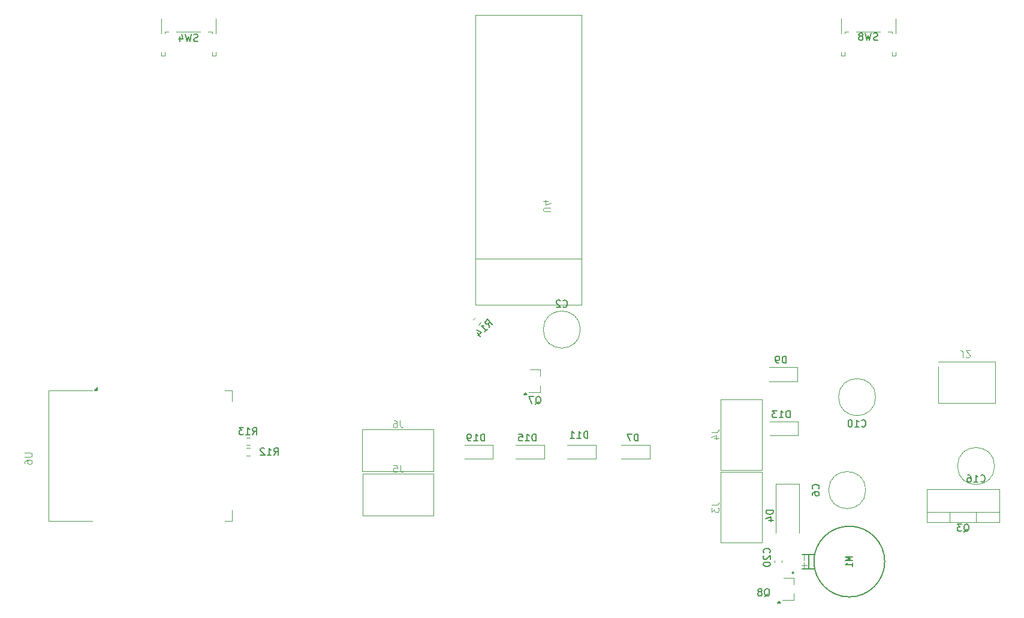
<source format=gbr>
%TF.GenerationSoftware,KiCad,Pcbnew,9.0.2*%
%TF.CreationDate,2025-08-14T19:07:51+07:00*%
%TF.ProjectId,Gamepad PCB,47616d65-7061-4642-9050-43422e6b6963,v03*%
%TF.SameCoordinates,Original*%
%TF.FileFunction,Legend,Bot*%
%TF.FilePolarity,Positive*%
%FSLAX46Y46*%
G04 Gerber Fmt 4.6, Leading zero omitted, Abs format (unit mm)*
G04 Created by KiCad (PCBNEW 9.0.2) date 2025-08-14 19:07:51*
%MOMM*%
%LPD*%
G01*
G04 APERTURE LIST*
%ADD10C,0.150000*%
%ADD11C,0.100000*%
%ADD12C,0.120000*%
%ADD13C,0.127000*%
%ADD14C,0.200000*%
G04 APERTURE END LIST*
D10*
X190914285Y-111454818D02*
X190914285Y-110454818D01*
X190914285Y-110454818D02*
X190676190Y-110454818D01*
X190676190Y-110454818D02*
X190533333Y-110502437D01*
X190533333Y-110502437D02*
X190438095Y-110597675D01*
X190438095Y-110597675D02*
X190390476Y-110692913D01*
X190390476Y-110692913D02*
X190342857Y-110883389D01*
X190342857Y-110883389D02*
X190342857Y-111026246D01*
X190342857Y-111026246D02*
X190390476Y-111216722D01*
X190390476Y-111216722D02*
X190438095Y-111311960D01*
X190438095Y-111311960D02*
X190533333Y-111407199D01*
X190533333Y-111407199D02*
X190676190Y-111454818D01*
X190676190Y-111454818D02*
X190914285Y-111454818D01*
X189390476Y-111454818D02*
X189961904Y-111454818D01*
X189676190Y-111454818D02*
X189676190Y-110454818D01*
X189676190Y-110454818D02*
X189771428Y-110597675D01*
X189771428Y-110597675D02*
X189866666Y-110692913D01*
X189866666Y-110692913D02*
X189961904Y-110740532D01*
X189057142Y-110454818D02*
X188438095Y-110454818D01*
X188438095Y-110454818D02*
X188771428Y-110835770D01*
X188771428Y-110835770D02*
X188628571Y-110835770D01*
X188628571Y-110835770D02*
X188533333Y-110883389D01*
X188533333Y-110883389D02*
X188485714Y-110931008D01*
X188485714Y-110931008D02*
X188438095Y-111026246D01*
X188438095Y-111026246D02*
X188438095Y-111264341D01*
X188438095Y-111264341D02*
X188485714Y-111359579D01*
X188485714Y-111359579D02*
X188533333Y-111407199D01*
X188533333Y-111407199D02*
X188628571Y-111454818D01*
X188628571Y-111454818D02*
X188914285Y-111454818D01*
X188914285Y-111454818D02*
X189009523Y-111407199D01*
X189009523Y-111407199D02*
X189057142Y-111359579D01*
D11*
X135873333Y-111857419D02*
X135873333Y-112571704D01*
X135873333Y-112571704D02*
X135920952Y-112714561D01*
X135920952Y-112714561D02*
X136016190Y-112809800D01*
X136016190Y-112809800D02*
X136159047Y-112857419D01*
X136159047Y-112857419D02*
X136254285Y-112857419D01*
X134968571Y-111857419D02*
X135159047Y-111857419D01*
X135159047Y-111857419D02*
X135254285Y-111905038D01*
X135254285Y-111905038D02*
X135301904Y-111952657D01*
X135301904Y-111952657D02*
X135397142Y-112095514D01*
X135397142Y-112095514D02*
X135444761Y-112285990D01*
X135444761Y-112285990D02*
X135444761Y-112666942D01*
X135444761Y-112666942D02*
X135397142Y-112762180D01*
X135397142Y-112762180D02*
X135349523Y-112809800D01*
X135349523Y-112809800D02*
X135254285Y-112857419D01*
X135254285Y-112857419D02*
X135063809Y-112857419D01*
X135063809Y-112857419D02*
X134968571Y-112809800D01*
X134968571Y-112809800D02*
X134920952Y-112762180D01*
X134920952Y-112762180D02*
X134873333Y-112666942D01*
X134873333Y-112666942D02*
X134873333Y-112428847D01*
X134873333Y-112428847D02*
X134920952Y-112333609D01*
X134920952Y-112333609D02*
X134968571Y-112285990D01*
X134968571Y-112285990D02*
X135063809Y-112238371D01*
X135063809Y-112238371D02*
X135254285Y-112238371D01*
X135254285Y-112238371D02*
X135349523Y-112285990D01*
X135349523Y-112285990D02*
X135397142Y-112333609D01*
X135397142Y-112333609D02*
X135444761Y-112428847D01*
D10*
X187295238Y-136750057D02*
X187390476Y-136702438D01*
X187390476Y-136702438D02*
X187485714Y-136607200D01*
X187485714Y-136607200D02*
X187628571Y-136464342D01*
X187628571Y-136464342D02*
X187723809Y-136416723D01*
X187723809Y-136416723D02*
X187819047Y-136416723D01*
X187771428Y-136654819D02*
X187866666Y-136607200D01*
X187866666Y-136607200D02*
X187961904Y-136511961D01*
X187961904Y-136511961D02*
X188009523Y-136321485D01*
X188009523Y-136321485D02*
X188009523Y-135988152D01*
X188009523Y-135988152D02*
X187961904Y-135797676D01*
X187961904Y-135797676D02*
X187866666Y-135702438D01*
X187866666Y-135702438D02*
X187771428Y-135654819D01*
X187771428Y-135654819D02*
X187580952Y-135654819D01*
X187580952Y-135654819D02*
X187485714Y-135702438D01*
X187485714Y-135702438D02*
X187390476Y-135797676D01*
X187390476Y-135797676D02*
X187342857Y-135988152D01*
X187342857Y-135988152D02*
X187342857Y-136321485D01*
X187342857Y-136321485D02*
X187390476Y-136511961D01*
X187390476Y-136511961D02*
X187485714Y-136607200D01*
X187485714Y-136607200D02*
X187580952Y-136654819D01*
X187580952Y-136654819D02*
X187771428Y-136654819D01*
X186771428Y-136083390D02*
X186866666Y-136035771D01*
X186866666Y-136035771D02*
X186914285Y-135988152D01*
X186914285Y-135988152D02*
X186961904Y-135892914D01*
X186961904Y-135892914D02*
X186961904Y-135845295D01*
X186961904Y-135845295D02*
X186914285Y-135750057D01*
X186914285Y-135750057D02*
X186866666Y-135702438D01*
X186866666Y-135702438D02*
X186771428Y-135654819D01*
X186771428Y-135654819D02*
X186580952Y-135654819D01*
X186580952Y-135654819D02*
X186485714Y-135702438D01*
X186485714Y-135702438D02*
X186438095Y-135750057D01*
X186438095Y-135750057D02*
X186390476Y-135845295D01*
X186390476Y-135845295D02*
X186390476Y-135892914D01*
X186390476Y-135892914D02*
X186438095Y-135988152D01*
X186438095Y-135988152D02*
X186485714Y-136035771D01*
X186485714Y-136035771D02*
X186580952Y-136083390D01*
X186580952Y-136083390D02*
X186771428Y-136083390D01*
X186771428Y-136083390D02*
X186866666Y-136131009D01*
X186866666Y-136131009D02*
X186914285Y-136178628D01*
X186914285Y-136178628D02*
X186961904Y-136273866D01*
X186961904Y-136273866D02*
X186961904Y-136464342D01*
X186961904Y-136464342D02*
X186914285Y-136559580D01*
X186914285Y-136559580D02*
X186866666Y-136607200D01*
X186866666Y-136607200D02*
X186771428Y-136654819D01*
X186771428Y-136654819D02*
X186580952Y-136654819D01*
X186580952Y-136654819D02*
X186485714Y-136607200D01*
X186485714Y-136607200D02*
X186438095Y-136559580D01*
X186438095Y-136559580D02*
X186390476Y-136464342D01*
X186390476Y-136464342D02*
X186390476Y-136273866D01*
X186390476Y-136273866D02*
X186438095Y-136178628D01*
X186438095Y-136178628D02*
X186485714Y-136131009D01*
X186485714Y-136131009D02*
X186580952Y-136083390D01*
X118042857Y-116754819D02*
X118376190Y-116278628D01*
X118614285Y-116754819D02*
X118614285Y-115754819D01*
X118614285Y-115754819D02*
X118233333Y-115754819D01*
X118233333Y-115754819D02*
X118138095Y-115802438D01*
X118138095Y-115802438D02*
X118090476Y-115850057D01*
X118090476Y-115850057D02*
X118042857Y-115945295D01*
X118042857Y-115945295D02*
X118042857Y-116088152D01*
X118042857Y-116088152D02*
X118090476Y-116183390D01*
X118090476Y-116183390D02*
X118138095Y-116231009D01*
X118138095Y-116231009D02*
X118233333Y-116278628D01*
X118233333Y-116278628D02*
X118614285Y-116278628D01*
X117090476Y-116754819D02*
X117661904Y-116754819D01*
X117376190Y-116754819D02*
X117376190Y-115754819D01*
X117376190Y-115754819D02*
X117471428Y-115897676D01*
X117471428Y-115897676D02*
X117566666Y-115992914D01*
X117566666Y-115992914D02*
X117661904Y-116040533D01*
X116709523Y-115850057D02*
X116661904Y-115802438D01*
X116661904Y-115802438D02*
X116566666Y-115754819D01*
X116566666Y-115754819D02*
X116328571Y-115754819D01*
X116328571Y-115754819D02*
X116233333Y-115802438D01*
X116233333Y-115802438D02*
X116185714Y-115850057D01*
X116185714Y-115850057D02*
X116138095Y-115945295D01*
X116138095Y-115945295D02*
X116138095Y-116040533D01*
X116138095Y-116040533D02*
X116185714Y-116183390D01*
X116185714Y-116183390D02*
X116757142Y-116754819D01*
X116757142Y-116754819D02*
X116138095Y-116754819D01*
X158866666Y-95759580D02*
X158914285Y-95807200D01*
X158914285Y-95807200D02*
X159057142Y-95854819D01*
X159057142Y-95854819D02*
X159152380Y-95854819D01*
X159152380Y-95854819D02*
X159295237Y-95807200D01*
X159295237Y-95807200D02*
X159390475Y-95711961D01*
X159390475Y-95711961D02*
X159438094Y-95616723D01*
X159438094Y-95616723D02*
X159485713Y-95426247D01*
X159485713Y-95426247D02*
X159485713Y-95283390D01*
X159485713Y-95283390D02*
X159438094Y-95092914D01*
X159438094Y-95092914D02*
X159390475Y-94997676D01*
X159390475Y-94997676D02*
X159295237Y-94902438D01*
X159295237Y-94902438D02*
X159152380Y-94854819D01*
X159152380Y-94854819D02*
X159057142Y-94854819D01*
X159057142Y-94854819D02*
X158914285Y-94902438D01*
X158914285Y-94902438D02*
X158866666Y-94950057D01*
X158485713Y-94950057D02*
X158438094Y-94902438D01*
X158438094Y-94902438D02*
X158342856Y-94854819D01*
X158342856Y-94854819D02*
X158104761Y-94854819D01*
X158104761Y-94854819D02*
X158009523Y-94902438D01*
X158009523Y-94902438D02*
X157961904Y-94950057D01*
X157961904Y-94950057D02*
X157914285Y-95045295D01*
X157914285Y-95045295D02*
X157914285Y-95140533D01*
X157914285Y-95140533D02*
X157961904Y-95283390D01*
X157961904Y-95283390D02*
X158533332Y-95854819D01*
X158533332Y-95854819D02*
X157914285Y-95854819D01*
X188554819Y-124561905D02*
X187554819Y-124561905D01*
X187554819Y-124561905D02*
X187554819Y-124800000D01*
X187554819Y-124800000D02*
X187602438Y-124942857D01*
X187602438Y-124942857D02*
X187697676Y-125038095D01*
X187697676Y-125038095D02*
X187792914Y-125085714D01*
X187792914Y-125085714D02*
X187983390Y-125133333D01*
X187983390Y-125133333D02*
X188126247Y-125133333D01*
X188126247Y-125133333D02*
X188316723Y-125085714D01*
X188316723Y-125085714D02*
X188411961Y-125038095D01*
X188411961Y-125038095D02*
X188507200Y-124942857D01*
X188507200Y-124942857D02*
X188554819Y-124800000D01*
X188554819Y-124800000D02*
X188554819Y-124561905D01*
X187888152Y-125990476D02*
X188554819Y-125990476D01*
X187507200Y-125752381D02*
X188221485Y-125514286D01*
X188221485Y-125514286D02*
X188221485Y-126133333D01*
D11*
X82857419Y-116438095D02*
X83666942Y-116438095D01*
X83666942Y-116438095D02*
X83762180Y-116485714D01*
X83762180Y-116485714D02*
X83809800Y-116533333D01*
X83809800Y-116533333D02*
X83857419Y-116628571D01*
X83857419Y-116628571D02*
X83857419Y-116819047D01*
X83857419Y-116819047D02*
X83809800Y-116914285D01*
X83809800Y-116914285D02*
X83762180Y-116961904D01*
X83762180Y-116961904D02*
X83666942Y-117009523D01*
X83666942Y-117009523D02*
X82857419Y-117009523D01*
X82857419Y-117914285D02*
X82857419Y-117723809D01*
X82857419Y-117723809D02*
X82905038Y-117628571D01*
X82905038Y-117628571D02*
X82952657Y-117580952D01*
X82952657Y-117580952D02*
X83095514Y-117485714D01*
X83095514Y-117485714D02*
X83285990Y-117438095D01*
X83285990Y-117438095D02*
X83666942Y-117438095D01*
X83666942Y-117438095D02*
X83762180Y-117485714D01*
X83762180Y-117485714D02*
X83809800Y-117533333D01*
X83809800Y-117533333D02*
X83857419Y-117628571D01*
X83857419Y-117628571D02*
X83857419Y-117819047D01*
X83857419Y-117819047D02*
X83809800Y-117914285D01*
X83809800Y-117914285D02*
X83762180Y-117961904D01*
X83762180Y-117961904D02*
X83666942Y-118009523D01*
X83666942Y-118009523D02*
X83428847Y-118009523D01*
X83428847Y-118009523D02*
X83333609Y-117961904D01*
X83333609Y-117961904D02*
X83285990Y-117914285D01*
X83285990Y-117914285D02*
X83238371Y-117819047D01*
X83238371Y-117819047D02*
X83238371Y-117628571D01*
X83238371Y-117628571D02*
X83285990Y-117533333D01*
X83285990Y-117533333D02*
X83333609Y-117485714D01*
X83333609Y-117485714D02*
X83428847Y-117438095D01*
D10*
X194959580Y-121533332D02*
X195007200Y-121485713D01*
X195007200Y-121485713D02*
X195054819Y-121342856D01*
X195054819Y-121342856D02*
X195054819Y-121247618D01*
X195054819Y-121247618D02*
X195007200Y-121104761D01*
X195007200Y-121104761D02*
X194911961Y-121009523D01*
X194911961Y-121009523D02*
X194816723Y-120961904D01*
X194816723Y-120961904D02*
X194626247Y-120914285D01*
X194626247Y-120914285D02*
X194483390Y-120914285D01*
X194483390Y-120914285D02*
X194292914Y-120961904D01*
X194292914Y-120961904D02*
X194197676Y-121009523D01*
X194197676Y-121009523D02*
X194102438Y-121104761D01*
X194102438Y-121104761D02*
X194054819Y-121247618D01*
X194054819Y-121247618D02*
X194054819Y-121342856D01*
X194054819Y-121342856D02*
X194102438Y-121485713D01*
X194102438Y-121485713D02*
X194150057Y-121533332D01*
X194054819Y-122390475D02*
X194054819Y-122199999D01*
X194054819Y-122199999D02*
X194102438Y-122104761D01*
X194102438Y-122104761D02*
X194150057Y-122057142D01*
X194150057Y-122057142D02*
X194292914Y-121961904D01*
X194292914Y-121961904D02*
X194483390Y-121914285D01*
X194483390Y-121914285D02*
X194864342Y-121914285D01*
X194864342Y-121914285D02*
X194959580Y-121961904D01*
X194959580Y-121961904D02*
X195007200Y-122009523D01*
X195007200Y-122009523D02*
X195054819Y-122104761D01*
X195054819Y-122104761D02*
X195054819Y-122295237D01*
X195054819Y-122295237D02*
X195007200Y-122390475D01*
X195007200Y-122390475D02*
X194959580Y-122438094D01*
X194959580Y-122438094D02*
X194864342Y-122485713D01*
X194864342Y-122485713D02*
X194626247Y-122485713D01*
X194626247Y-122485713D02*
X194531009Y-122438094D01*
X194531009Y-122438094D02*
X194483390Y-122390475D01*
X194483390Y-122390475D02*
X194435771Y-122295237D01*
X194435771Y-122295237D02*
X194435771Y-122104761D01*
X194435771Y-122104761D02*
X194483390Y-122009523D01*
X194483390Y-122009523D02*
X194531009Y-121961904D01*
X194531009Y-121961904D02*
X194626247Y-121914285D01*
D11*
X135893333Y-118157419D02*
X135893333Y-118871704D01*
X135893333Y-118871704D02*
X135940952Y-119014561D01*
X135940952Y-119014561D02*
X136036190Y-119109800D01*
X136036190Y-119109800D02*
X136179047Y-119157419D01*
X136179047Y-119157419D02*
X136274285Y-119157419D01*
X134940952Y-118157419D02*
X135417142Y-118157419D01*
X135417142Y-118157419D02*
X135464761Y-118633609D01*
X135464761Y-118633609D02*
X135417142Y-118585990D01*
X135417142Y-118585990D02*
X135321904Y-118538371D01*
X135321904Y-118538371D02*
X135083809Y-118538371D01*
X135083809Y-118538371D02*
X134988571Y-118585990D01*
X134988571Y-118585990D02*
X134940952Y-118633609D01*
X134940952Y-118633609D02*
X134893333Y-118728847D01*
X134893333Y-118728847D02*
X134893333Y-118966942D01*
X134893333Y-118966942D02*
X134940952Y-119062180D01*
X134940952Y-119062180D02*
X134988571Y-119109800D01*
X134988571Y-119109800D02*
X135083809Y-119157419D01*
X135083809Y-119157419D02*
X135321904Y-119157419D01*
X135321904Y-119157419D02*
X135417142Y-119109800D01*
X135417142Y-119109800D02*
X135464761Y-119062180D01*
D10*
X188059580Y-130557142D02*
X188107200Y-130509523D01*
X188107200Y-130509523D02*
X188154819Y-130366666D01*
X188154819Y-130366666D02*
X188154819Y-130271428D01*
X188154819Y-130271428D02*
X188107200Y-130128571D01*
X188107200Y-130128571D02*
X188011961Y-130033333D01*
X188011961Y-130033333D02*
X187916723Y-129985714D01*
X187916723Y-129985714D02*
X187726247Y-129938095D01*
X187726247Y-129938095D02*
X187583390Y-129938095D01*
X187583390Y-129938095D02*
X187392914Y-129985714D01*
X187392914Y-129985714D02*
X187297676Y-130033333D01*
X187297676Y-130033333D02*
X187202438Y-130128571D01*
X187202438Y-130128571D02*
X187154819Y-130271428D01*
X187154819Y-130271428D02*
X187154819Y-130366666D01*
X187154819Y-130366666D02*
X187202438Y-130509523D01*
X187202438Y-130509523D02*
X187250057Y-130557142D01*
X187250057Y-130938095D02*
X187202438Y-130985714D01*
X187202438Y-130985714D02*
X187154819Y-131080952D01*
X187154819Y-131080952D02*
X187154819Y-131319047D01*
X187154819Y-131319047D02*
X187202438Y-131414285D01*
X187202438Y-131414285D02*
X187250057Y-131461904D01*
X187250057Y-131461904D02*
X187345295Y-131509523D01*
X187345295Y-131509523D02*
X187440533Y-131509523D01*
X187440533Y-131509523D02*
X187583390Y-131461904D01*
X187583390Y-131461904D02*
X188154819Y-130890476D01*
X188154819Y-130890476D02*
X188154819Y-131509523D01*
X187154819Y-132128571D02*
X187154819Y-132223809D01*
X187154819Y-132223809D02*
X187202438Y-132319047D01*
X187202438Y-132319047D02*
X187250057Y-132366666D01*
X187250057Y-132366666D02*
X187345295Y-132414285D01*
X187345295Y-132414285D02*
X187535771Y-132461904D01*
X187535771Y-132461904D02*
X187773866Y-132461904D01*
X187773866Y-132461904D02*
X187964342Y-132414285D01*
X187964342Y-132414285D02*
X188059580Y-132366666D01*
X188059580Y-132366666D02*
X188107200Y-132319047D01*
X188107200Y-132319047D02*
X188154819Y-132223809D01*
X188154819Y-132223809D02*
X188154819Y-132128571D01*
X188154819Y-132128571D02*
X188107200Y-132033333D01*
X188107200Y-132033333D02*
X188059580Y-131985714D01*
X188059580Y-131985714D02*
X187964342Y-131938095D01*
X187964342Y-131938095D02*
X187773866Y-131890476D01*
X187773866Y-131890476D02*
X187535771Y-131890476D01*
X187535771Y-131890476D02*
X187345295Y-131938095D01*
X187345295Y-131938095D02*
X187250057Y-131985714D01*
X187250057Y-131985714D02*
X187202438Y-132033333D01*
X187202438Y-132033333D02*
X187154819Y-132128571D01*
X201042857Y-112659580D02*
X201090476Y-112707200D01*
X201090476Y-112707200D02*
X201233333Y-112754819D01*
X201233333Y-112754819D02*
X201328571Y-112754819D01*
X201328571Y-112754819D02*
X201471428Y-112707200D01*
X201471428Y-112707200D02*
X201566666Y-112611961D01*
X201566666Y-112611961D02*
X201614285Y-112516723D01*
X201614285Y-112516723D02*
X201661904Y-112326247D01*
X201661904Y-112326247D02*
X201661904Y-112183390D01*
X201661904Y-112183390D02*
X201614285Y-111992914D01*
X201614285Y-111992914D02*
X201566666Y-111897676D01*
X201566666Y-111897676D02*
X201471428Y-111802438D01*
X201471428Y-111802438D02*
X201328571Y-111754819D01*
X201328571Y-111754819D02*
X201233333Y-111754819D01*
X201233333Y-111754819D02*
X201090476Y-111802438D01*
X201090476Y-111802438D02*
X201042857Y-111850057D01*
X200090476Y-112754819D02*
X200661904Y-112754819D01*
X200376190Y-112754819D02*
X200376190Y-111754819D01*
X200376190Y-111754819D02*
X200471428Y-111897676D01*
X200471428Y-111897676D02*
X200566666Y-111992914D01*
X200566666Y-111992914D02*
X200661904Y-112040533D01*
X199471428Y-111754819D02*
X199376190Y-111754819D01*
X199376190Y-111754819D02*
X199280952Y-111802438D01*
X199280952Y-111802438D02*
X199233333Y-111850057D01*
X199233333Y-111850057D02*
X199185714Y-111945295D01*
X199185714Y-111945295D02*
X199138095Y-112135771D01*
X199138095Y-112135771D02*
X199138095Y-112373866D01*
X199138095Y-112373866D02*
X199185714Y-112564342D01*
X199185714Y-112564342D02*
X199233333Y-112659580D01*
X199233333Y-112659580D02*
X199280952Y-112707200D01*
X199280952Y-112707200D02*
X199376190Y-112754819D01*
X199376190Y-112754819D02*
X199471428Y-112754819D01*
X199471428Y-112754819D02*
X199566666Y-112707200D01*
X199566666Y-112707200D02*
X199614285Y-112659580D01*
X199614285Y-112659580D02*
X199661904Y-112564342D01*
X199661904Y-112564342D02*
X199709523Y-112373866D01*
X199709523Y-112373866D02*
X199709523Y-112135771D01*
X199709523Y-112135771D02*
X199661904Y-111945295D01*
X199661904Y-111945295D02*
X199614285Y-111850057D01*
X199614285Y-111850057D02*
X199566666Y-111802438D01*
X199566666Y-111802438D02*
X199471428Y-111754819D01*
X162364285Y-114354819D02*
X162364285Y-113354819D01*
X162364285Y-113354819D02*
X162126190Y-113354819D01*
X162126190Y-113354819D02*
X161983333Y-113402438D01*
X161983333Y-113402438D02*
X161888095Y-113497676D01*
X161888095Y-113497676D02*
X161840476Y-113592914D01*
X161840476Y-113592914D02*
X161792857Y-113783390D01*
X161792857Y-113783390D02*
X161792857Y-113926247D01*
X161792857Y-113926247D02*
X161840476Y-114116723D01*
X161840476Y-114116723D02*
X161888095Y-114211961D01*
X161888095Y-114211961D02*
X161983333Y-114307200D01*
X161983333Y-114307200D02*
X162126190Y-114354819D01*
X162126190Y-114354819D02*
X162364285Y-114354819D01*
X160840476Y-114354819D02*
X161411904Y-114354819D01*
X161126190Y-114354819D02*
X161126190Y-113354819D01*
X161126190Y-113354819D02*
X161221428Y-113497676D01*
X161221428Y-113497676D02*
X161316666Y-113592914D01*
X161316666Y-113592914D02*
X161411904Y-113640533D01*
X159888095Y-114354819D02*
X160459523Y-114354819D01*
X160173809Y-114354819D02*
X160173809Y-113354819D01*
X160173809Y-113354819D02*
X160269047Y-113497676D01*
X160269047Y-113497676D02*
X160364285Y-113592914D01*
X160364285Y-113592914D02*
X160459523Y-113640533D01*
X148487337Y-98678199D02*
X148386322Y-98105780D01*
X148891398Y-98274138D02*
X148184291Y-97567032D01*
X148184291Y-97567032D02*
X147914917Y-97836406D01*
X147914917Y-97836406D02*
X147881245Y-97937421D01*
X147881245Y-97937421D02*
X147881245Y-98004764D01*
X147881245Y-98004764D02*
X147914917Y-98105780D01*
X147914917Y-98105780D02*
X148015932Y-98206795D01*
X148015932Y-98206795D02*
X148116948Y-98240467D01*
X148116948Y-98240467D02*
X148184291Y-98240467D01*
X148184291Y-98240467D02*
X148285306Y-98206795D01*
X148285306Y-98206795D02*
X148554680Y-97937421D01*
X147813902Y-99351634D02*
X148217963Y-98947573D01*
X148015932Y-99149604D02*
X147308826Y-98442497D01*
X147308826Y-98442497D02*
X147477184Y-98476169D01*
X147477184Y-98476169D02*
X147611871Y-98476169D01*
X147611871Y-98476169D02*
X147712887Y-98442497D01*
X146736406Y-99486322D02*
X147207810Y-99957726D01*
X146635390Y-99048589D02*
X147308825Y-99385306D01*
X147308825Y-99385306D02*
X146871093Y-99823039D01*
X107308832Y-58207200D02*
X107165975Y-58254819D01*
X107165975Y-58254819D02*
X106927880Y-58254819D01*
X106927880Y-58254819D02*
X106832642Y-58207200D01*
X106832642Y-58207200D02*
X106785023Y-58159580D01*
X106785023Y-58159580D02*
X106737404Y-58064342D01*
X106737404Y-58064342D02*
X106737404Y-57969104D01*
X106737404Y-57969104D02*
X106785023Y-57873866D01*
X106785023Y-57873866D02*
X106832642Y-57826247D01*
X106832642Y-57826247D02*
X106927880Y-57778628D01*
X106927880Y-57778628D02*
X107118356Y-57731009D01*
X107118356Y-57731009D02*
X107213594Y-57683390D01*
X107213594Y-57683390D02*
X107261213Y-57635771D01*
X107261213Y-57635771D02*
X107308832Y-57540533D01*
X107308832Y-57540533D02*
X107308832Y-57445295D01*
X107308832Y-57445295D02*
X107261213Y-57350057D01*
X107261213Y-57350057D02*
X107213594Y-57302438D01*
X107213594Y-57302438D02*
X107118356Y-57254819D01*
X107118356Y-57254819D02*
X106880261Y-57254819D01*
X106880261Y-57254819D02*
X106737404Y-57302438D01*
X106404070Y-57254819D02*
X106165975Y-58254819D01*
X106165975Y-58254819D02*
X105975499Y-57540533D01*
X105975499Y-57540533D02*
X105785023Y-58254819D01*
X105785023Y-58254819D02*
X105546928Y-57254819D01*
X104737404Y-57588152D02*
X104737404Y-58254819D01*
X104975499Y-57207200D02*
X105213594Y-57921485D01*
X105213594Y-57921485D02*
X104594547Y-57921485D01*
X169488094Y-114754818D02*
X169488094Y-113754818D01*
X169488094Y-113754818D02*
X169249999Y-113754818D01*
X169249999Y-113754818D02*
X169107142Y-113802437D01*
X169107142Y-113802437D02*
X169011904Y-113897675D01*
X169011904Y-113897675D02*
X168964285Y-113992913D01*
X168964285Y-113992913D02*
X168916666Y-114183389D01*
X168916666Y-114183389D02*
X168916666Y-114326246D01*
X168916666Y-114326246D02*
X168964285Y-114516722D01*
X168964285Y-114516722D02*
X169011904Y-114611960D01*
X169011904Y-114611960D02*
X169107142Y-114707199D01*
X169107142Y-114707199D02*
X169249999Y-114754818D01*
X169249999Y-114754818D02*
X169488094Y-114754818D01*
X168583332Y-113754818D02*
X167916666Y-113754818D01*
X167916666Y-113754818D02*
X168345237Y-114754818D01*
X115030357Y-113854819D02*
X115363690Y-113378628D01*
X115601785Y-113854819D02*
X115601785Y-112854819D01*
X115601785Y-112854819D02*
X115220833Y-112854819D01*
X115220833Y-112854819D02*
X115125595Y-112902438D01*
X115125595Y-112902438D02*
X115077976Y-112950057D01*
X115077976Y-112950057D02*
X115030357Y-113045295D01*
X115030357Y-113045295D02*
X115030357Y-113188152D01*
X115030357Y-113188152D02*
X115077976Y-113283390D01*
X115077976Y-113283390D02*
X115125595Y-113331009D01*
X115125595Y-113331009D02*
X115220833Y-113378628D01*
X115220833Y-113378628D02*
X115601785Y-113378628D01*
X114077976Y-113854819D02*
X114649404Y-113854819D01*
X114363690Y-113854819D02*
X114363690Y-112854819D01*
X114363690Y-112854819D02*
X114458928Y-112997676D01*
X114458928Y-112997676D02*
X114554166Y-113092914D01*
X114554166Y-113092914D02*
X114649404Y-113140533D01*
X113744642Y-112854819D02*
X113125595Y-112854819D01*
X113125595Y-112854819D02*
X113458928Y-113235771D01*
X113458928Y-113235771D02*
X113316071Y-113235771D01*
X113316071Y-113235771D02*
X113220833Y-113283390D01*
X113220833Y-113283390D02*
X113173214Y-113331009D01*
X113173214Y-113331009D02*
X113125595Y-113426247D01*
X113125595Y-113426247D02*
X113125595Y-113664342D01*
X113125595Y-113664342D02*
X113173214Y-113759580D01*
X113173214Y-113759580D02*
X113220833Y-113807200D01*
X113220833Y-113807200D02*
X113316071Y-113854819D01*
X113316071Y-113854819D02*
X113601785Y-113854819D01*
X113601785Y-113854819D02*
X113697023Y-113807200D01*
X113697023Y-113807200D02*
X113744642Y-113759580D01*
X217842857Y-120459580D02*
X217890476Y-120507200D01*
X217890476Y-120507200D02*
X218033333Y-120554819D01*
X218033333Y-120554819D02*
X218128571Y-120554819D01*
X218128571Y-120554819D02*
X218271428Y-120507200D01*
X218271428Y-120507200D02*
X218366666Y-120411961D01*
X218366666Y-120411961D02*
X218414285Y-120316723D01*
X218414285Y-120316723D02*
X218461904Y-120126247D01*
X218461904Y-120126247D02*
X218461904Y-119983390D01*
X218461904Y-119983390D02*
X218414285Y-119792914D01*
X218414285Y-119792914D02*
X218366666Y-119697676D01*
X218366666Y-119697676D02*
X218271428Y-119602438D01*
X218271428Y-119602438D02*
X218128571Y-119554819D01*
X218128571Y-119554819D02*
X218033333Y-119554819D01*
X218033333Y-119554819D02*
X217890476Y-119602438D01*
X217890476Y-119602438D02*
X217842857Y-119650057D01*
X216890476Y-120554819D02*
X217461904Y-120554819D01*
X217176190Y-120554819D02*
X217176190Y-119554819D01*
X217176190Y-119554819D02*
X217271428Y-119697676D01*
X217271428Y-119697676D02*
X217366666Y-119792914D01*
X217366666Y-119792914D02*
X217461904Y-119840533D01*
X216033333Y-119554819D02*
X216223809Y-119554819D01*
X216223809Y-119554819D02*
X216319047Y-119602438D01*
X216319047Y-119602438D02*
X216366666Y-119650057D01*
X216366666Y-119650057D02*
X216461904Y-119792914D01*
X216461904Y-119792914D02*
X216509523Y-119983390D01*
X216509523Y-119983390D02*
X216509523Y-120364342D01*
X216509523Y-120364342D02*
X216461904Y-120459580D01*
X216461904Y-120459580D02*
X216414285Y-120507200D01*
X216414285Y-120507200D02*
X216319047Y-120554819D01*
X216319047Y-120554819D02*
X216128571Y-120554819D01*
X216128571Y-120554819D02*
X216033333Y-120507200D01*
X216033333Y-120507200D02*
X215985714Y-120459580D01*
X215985714Y-120459580D02*
X215938095Y-120364342D01*
X215938095Y-120364342D02*
X215938095Y-120126247D01*
X215938095Y-120126247D02*
X215985714Y-120031009D01*
X215985714Y-120031009D02*
X216033333Y-119983390D01*
X216033333Y-119983390D02*
X216128571Y-119935771D01*
X216128571Y-119935771D02*
X216319047Y-119935771D01*
X216319047Y-119935771D02*
X216414285Y-119983390D01*
X216414285Y-119983390D02*
X216461904Y-120031009D01*
X216461904Y-120031009D02*
X216509523Y-120126247D01*
D11*
X215346666Y-102942580D02*
X215346666Y-102228295D01*
X215346666Y-102228295D02*
X215299047Y-102085438D01*
X215299047Y-102085438D02*
X215203809Y-101990200D01*
X215203809Y-101990200D02*
X215060952Y-101942580D01*
X215060952Y-101942580D02*
X214965714Y-101942580D01*
X215775238Y-102847342D02*
X215822857Y-102894961D01*
X215822857Y-102894961D02*
X215918095Y-102942580D01*
X215918095Y-102942580D02*
X216156190Y-102942580D01*
X216156190Y-102942580D02*
X216251428Y-102894961D01*
X216251428Y-102894961D02*
X216299047Y-102847342D01*
X216299047Y-102847342D02*
X216346666Y-102752104D01*
X216346666Y-102752104D02*
X216346666Y-102656866D01*
X216346666Y-102656866D02*
X216299047Y-102514009D01*
X216299047Y-102514009D02*
X215727619Y-101942580D01*
X215727619Y-101942580D02*
X216346666Y-101942580D01*
D10*
X203308832Y-58049700D02*
X203165975Y-58097319D01*
X203165975Y-58097319D02*
X202927880Y-58097319D01*
X202927880Y-58097319D02*
X202832642Y-58049700D01*
X202832642Y-58049700D02*
X202785023Y-58002080D01*
X202785023Y-58002080D02*
X202737404Y-57906842D01*
X202737404Y-57906842D02*
X202737404Y-57811604D01*
X202737404Y-57811604D02*
X202785023Y-57716366D01*
X202785023Y-57716366D02*
X202832642Y-57668747D01*
X202832642Y-57668747D02*
X202927880Y-57621128D01*
X202927880Y-57621128D02*
X203118356Y-57573509D01*
X203118356Y-57573509D02*
X203213594Y-57525890D01*
X203213594Y-57525890D02*
X203261213Y-57478271D01*
X203261213Y-57478271D02*
X203308832Y-57383033D01*
X203308832Y-57383033D02*
X203308832Y-57287795D01*
X203308832Y-57287795D02*
X203261213Y-57192557D01*
X203261213Y-57192557D02*
X203213594Y-57144938D01*
X203213594Y-57144938D02*
X203118356Y-57097319D01*
X203118356Y-57097319D02*
X202880261Y-57097319D01*
X202880261Y-57097319D02*
X202737404Y-57144938D01*
X202404070Y-57097319D02*
X202165975Y-58097319D01*
X202165975Y-58097319D02*
X201975499Y-57383033D01*
X201975499Y-57383033D02*
X201785023Y-58097319D01*
X201785023Y-58097319D02*
X201546928Y-57097319D01*
X201023118Y-57525890D02*
X201118356Y-57478271D01*
X201118356Y-57478271D02*
X201165975Y-57430652D01*
X201165975Y-57430652D02*
X201213594Y-57335414D01*
X201213594Y-57335414D02*
X201213594Y-57287795D01*
X201213594Y-57287795D02*
X201165975Y-57192557D01*
X201165975Y-57192557D02*
X201118356Y-57144938D01*
X201118356Y-57144938D02*
X201023118Y-57097319D01*
X201023118Y-57097319D02*
X200832642Y-57097319D01*
X200832642Y-57097319D02*
X200737404Y-57144938D01*
X200737404Y-57144938D02*
X200689785Y-57192557D01*
X200689785Y-57192557D02*
X200642166Y-57287795D01*
X200642166Y-57287795D02*
X200642166Y-57335414D01*
X200642166Y-57335414D02*
X200689785Y-57430652D01*
X200689785Y-57430652D02*
X200737404Y-57478271D01*
X200737404Y-57478271D02*
X200832642Y-57525890D01*
X200832642Y-57525890D02*
X201023118Y-57525890D01*
X201023118Y-57525890D02*
X201118356Y-57573509D01*
X201118356Y-57573509D02*
X201165975Y-57621128D01*
X201165975Y-57621128D02*
X201213594Y-57716366D01*
X201213594Y-57716366D02*
X201213594Y-57906842D01*
X201213594Y-57906842D02*
X201165975Y-58002080D01*
X201165975Y-58002080D02*
X201118356Y-58049700D01*
X201118356Y-58049700D02*
X201023118Y-58097319D01*
X201023118Y-58097319D02*
X200832642Y-58097319D01*
X200832642Y-58097319D02*
X200737404Y-58049700D01*
X200737404Y-58049700D02*
X200689785Y-58002080D01*
X200689785Y-58002080D02*
X200642166Y-57906842D01*
X200642166Y-57906842D02*
X200642166Y-57716366D01*
X200642166Y-57716366D02*
X200689785Y-57621128D01*
X200689785Y-57621128D02*
X200737404Y-57573509D01*
X200737404Y-57573509D02*
X200832642Y-57525890D01*
D11*
X179857419Y-113506666D02*
X180571704Y-113506666D01*
X180571704Y-113506666D02*
X180714561Y-113459047D01*
X180714561Y-113459047D02*
X180809800Y-113363809D01*
X180809800Y-113363809D02*
X180857419Y-113220952D01*
X180857419Y-113220952D02*
X180857419Y-113125714D01*
X180190752Y-114411428D02*
X180857419Y-114411428D01*
X179809800Y-114173333D02*
X180524085Y-113935238D01*
X180524085Y-113935238D02*
X180524085Y-114554285D01*
D10*
X199757319Y-131160705D02*
X198757319Y-131160705D01*
X198757319Y-131160705D02*
X199471604Y-131423944D01*
X199471604Y-131423944D02*
X198757319Y-131687183D01*
X198757319Y-131687183D02*
X199757319Y-131687183D01*
X199757319Y-132476901D02*
X199757319Y-132025634D01*
X199757319Y-132251267D02*
X198757319Y-132251267D01*
X198757319Y-132251267D02*
X198900176Y-132176056D01*
X198900176Y-132176056D02*
X198995414Y-132100845D01*
X198995414Y-132100845D02*
X199043033Y-132025634D01*
D11*
X192941033Y-131680951D02*
X192941033Y-130919047D01*
X192941033Y-132680951D02*
X192941033Y-131919047D01*
X192560080Y-132299999D02*
X193321985Y-132299999D01*
D10*
X155064285Y-114754818D02*
X155064285Y-113754818D01*
X155064285Y-113754818D02*
X154826190Y-113754818D01*
X154826190Y-113754818D02*
X154683333Y-113802437D01*
X154683333Y-113802437D02*
X154588095Y-113897675D01*
X154588095Y-113897675D02*
X154540476Y-113992913D01*
X154540476Y-113992913D02*
X154492857Y-114183389D01*
X154492857Y-114183389D02*
X154492857Y-114326246D01*
X154492857Y-114326246D02*
X154540476Y-114516722D01*
X154540476Y-114516722D02*
X154588095Y-114611960D01*
X154588095Y-114611960D02*
X154683333Y-114707199D01*
X154683333Y-114707199D02*
X154826190Y-114754818D01*
X154826190Y-114754818D02*
X155064285Y-114754818D01*
X153540476Y-114754818D02*
X154111904Y-114754818D01*
X153826190Y-114754818D02*
X153826190Y-113754818D01*
X153826190Y-113754818D02*
X153921428Y-113897675D01*
X153921428Y-113897675D02*
X154016666Y-113992913D01*
X154016666Y-113992913D02*
X154111904Y-114040532D01*
X152635714Y-113754818D02*
X153111904Y-113754818D01*
X153111904Y-113754818D02*
X153159523Y-114231008D01*
X153159523Y-114231008D02*
X153111904Y-114183389D01*
X153111904Y-114183389D02*
X153016666Y-114135770D01*
X153016666Y-114135770D02*
X152778571Y-114135770D01*
X152778571Y-114135770D02*
X152683333Y-114183389D01*
X152683333Y-114183389D02*
X152635714Y-114231008D01*
X152635714Y-114231008D02*
X152588095Y-114326246D01*
X152588095Y-114326246D02*
X152588095Y-114564341D01*
X152588095Y-114564341D02*
X152635714Y-114659579D01*
X152635714Y-114659579D02*
X152683333Y-114707199D01*
X152683333Y-114707199D02*
X152778571Y-114754818D01*
X152778571Y-114754818D02*
X153016666Y-114754818D01*
X153016666Y-114754818D02*
X153111904Y-114707199D01*
X153111904Y-114707199D02*
X153159523Y-114659579D01*
D11*
X157105080Y-82324404D02*
X156295557Y-82324404D01*
X156295557Y-82324404D02*
X156200319Y-82276785D01*
X156200319Y-82276785D02*
X156152700Y-82229166D01*
X156152700Y-82229166D02*
X156105080Y-82133928D01*
X156105080Y-82133928D02*
X156105080Y-81943452D01*
X156105080Y-81943452D02*
X156152700Y-81848214D01*
X156152700Y-81848214D02*
X156200319Y-81800595D01*
X156200319Y-81800595D02*
X156295557Y-81752976D01*
X156295557Y-81752976D02*
X157105080Y-81752976D01*
X156771747Y-80848214D02*
X156105080Y-80848214D01*
X157152700Y-81086309D02*
X156438414Y-81324404D01*
X156438414Y-81324404D02*
X156438414Y-80705357D01*
D10*
X190388094Y-103754818D02*
X190388094Y-102754818D01*
X190388094Y-102754818D02*
X190149999Y-102754818D01*
X190149999Y-102754818D02*
X190007142Y-102802437D01*
X190007142Y-102802437D02*
X189911904Y-102897675D01*
X189911904Y-102897675D02*
X189864285Y-102992913D01*
X189864285Y-102992913D02*
X189816666Y-103183389D01*
X189816666Y-103183389D02*
X189816666Y-103326246D01*
X189816666Y-103326246D02*
X189864285Y-103516722D01*
X189864285Y-103516722D02*
X189911904Y-103611960D01*
X189911904Y-103611960D02*
X190007142Y-103707199D01*
X190007142Y-103707199D02*
X190149999Y-103754818D01*
X190149999Y-103754818D02*
X190388094Y-103754818D01*
X189340475Y-103754818D02*
X189149999Y-103754818D01*
X189149999Y-103754818D02*
X189054761Y-103707199D01*
X189054761Y-103707199D02*
X189007142Y-103659579D01*
X189007142Y-103659579D02*
X188911904Y-103516722D01*
X188911904Y-103516722D02*
X188864285Y-103326246D01*
X188864285Y-103326246D02*
X188864285Y-102945294D01*
X188864285Y-102945294D02*
X188911904Y-102850056D01*
X188911904Y-102850056D02*
X188959523Y-102802437D01*
X188959523Y-102802437D02*
X189054761Y-102754818D01*
X189054761Y-102754818D02*
X189245237Y-102754818D01*
X189245237Y-102754818D02*
X189340475Y-102802437D01*
X189340475Y-102802437D02*
X189388094Y-102850056D01*
X189388094Y-102850056D02*
X189435713Y-102945294D01*
X189435713Y-102945294D02*
X189435713Y-103183389D01*
X189435713Y-103183389D02*
X189388094Y-103278627D01*
X189388094Y-103278627D02*
X189340475Y-103326246D01*
X189340475Y-103326246D02*
X189245237Y-103373865D01*
X189245237Y-103373865D02*
X189054761Y-103373865D01*
X189054761Y-103373865D02*
X188959523Y-103326246D01*
X188959523Y-103326246D02*
X188911904Y-103278627D01*
X188911904Y-103278627D02*
X188864285Y-103183389D01*
D11*
X179857419Y-123806666D02*
X180571704Y-123806666D01*
X180571704Y-123806666D02*
X180714561Y-123759047D01*
X180714561Y-123759047D02*
X180809800Y-123663809D01*
X180809800Y-123663809D02*
X180857419Y-123520952D01*
X180857419Y-123520952D02*
X180857419Y-123425714D01*
X179857419Y-124187619D02*
X179857419Y-124806666D01*
X179857419Y-124806666D02*
X180238371Y-124473333D01*
X180238371Y-124473333D02*
X180238371Y-124616190D01*
X180238371Y-124616190D02*
X180285990Y-124711428D01*
X180285990Y-124711428D02*
X180333609Y-124759047D01*
X180333609Y-124759047D02*
X180428847Y-124806666D01*
X180428847Y-124806666D02*
X180666942Y-124806666D01*
X180666942Y-124806666D02*
X180762180Y-124759047D01*
X180762180Y-124759047D02*
X180809800Y-124711428D01*
X180809800Y-124711428D02*
X180857419Y-124616190D01*
X180857419Y-124616190D02*
X180857419Y-124330476D01*
X180857419Y-124330476D02*
X180809800Y-124235238D01*
X180809800Y-124235238D02*
X180762180Y-124187619D01*
D10*
X154995238Y-109550057D02*
X155090476Y-109502438D01*
X155090476Y-109502438D02*
X155185714Y-109407200D01*
X155185714Y-109407200D02*
X155328571Y-109264342D01*
X155328571Y-109264342D02*
X155423809Y-109216723D01*
X155423809Y-109216723D02*
X155519047Y-109216723D01*
X155471428Y-109454819D02*
X155566666Y-109407200D01*
X155566666Y-109407200D02*
X155661904Y-109311961D01*
X155661904Y-109311961D02*
X155709523Y-109121485D01*
X155709523Y-109121485D02*
X155709523Y-108788152D01*
X155709523Y-108788152D02*
X155661904Y-108597676D01*
X155661904Y-108597676D02*
X155566666Y-108502438D01*
X155566666Y-108502438D02*
X155471428Y-108454819D01*
X155471428Y-108454819D02*
X155280952Y-108454819D01*
X155280952Y-108454819D02*
X155185714Y-108502438D01*
X155185714Y-108502438D02*
X155090476Y-108597676D01*
X155090476Y-108597676D02*
X155042857Y-108788152D01*
X155042857Y-108788152D02*
X155042857Y-109121485D01*
X155042857Y-109121485D02*
X155090476Y-109311961D01*
X155090476Y-109311961D02*
X155185714Y-109407200D01*
X155185714Y-109407200D02*
X155280952Y-109454819D01*
X155280952Y-109454819D02*
X155471428Y-109454819D01*
X154709523Y-108454819D02*
X154042857Y-108454819D01*
X154042857Y-108454819D02*
X154471428Y-109454819D01*
X147814285Y-114754818D02*
X147814285Y-113754818D01*
X147814285Y-113754818D02*
X147576190Y-113754818D01*
X147576190Y-113754818D02*
X147433333Y-113802437D01*
X147433333Y-113802437D02*
X147338095Y-113897675D01*
X147338095Y-113897675D02*
X147290476Y-113992913D01*
X147290476Y-113992913D02*
X147242857Y-114183389D01*
X147242857Y-114183389D02*
X147242857Y-114326246D01*
X147242857Y-114326246D02*
X147290476Y-114516722D01*
X147290476Y-114516722D02*
X147338095Y-114611960D01*
X147338095Y-114611960D02*
X147433333Y-114707199D01*
X147433333Y-114707199D02*
X147576190Y-114754818D01*
X147576190Y-114754818D02*
X147814285Y-114754818D01*
X146290476Y-114754818D02*
X146861904Y-114754818D01*
X146576190Y-114754818D02*
X146576190Y-113754818D01*
X146576190Y-113754818D02*
X146671428Y-113897675D01*
X146671428Y-113897675D02*
X146766666Y-113992913D01*
X146766666Y-113992913D02*
X146861904Y-114040532D01*
X145814285Y-114754818D02*
X145623809Y-114754818D01*
X145623809Y-114754818D02*
X145528571Y-114707199D01*
X145528571Y-114707199D02*
X145480952Y-114659579D01*
X145480952Y-114659579D02*
X145385714Y-114516722D01*
X145385714Y-114516722D02*
X145338095Y-114326246D01*
X145338095Y-114326246D02*
X145338095Y-113945294D01*
X145338095Y-113945294D02*
X145385714Y-113850056D01*
X145385714Y-113850056D02*
X145433333Y-113802437D01*
X145433333Y-113802437D02*
X145528571Y-113754818D01*
X145528571Y-113754818D02*
X145719047Y-113754818D01*
X145719047Y-113754818D02*
X145814285Y-113802437D01*
X145814285Y-113802437D02*
X145861904Y-113850056D01*
X145861904Y-113850056D02*
X145909523Y-113945294D01*
X145909523Y-113945294D02*
X145909523Y-114183389D01*
X145909523Y-114183389D02*
X145861904Y-114278627D01*
X145861904Y-114278627D02*
X145814285Y-114326246D01*
X145814285Y-114326246D02*
X145719047Y-114373865D01*
X145719047Y-114373865D02*
X145528571Y-114373865D01*
X145528571Y-114373865D02*
X145433333Y-114326246D01*
X145433333Y-114326246D02*
X145385714Y-114278627D01*
X145385714Y-114278627D02*
X145338095Y-114183389D01*
X215455238Y-127600057D02*
X215550476Y-127552438D01*
X215550476Y-127552438D02*
X215645714Y-127457200D01*
X215645714Y-127457200D02*
X215788571Y-127314342D01*
X215788571Y-127314342D02*
X215883809Y-127266723D01*
X215883809Y-127266723D02*
X215979047Y-127266723D01*
X215931428Y-127504819D02*
X216026666Y-127457200D01*
X216026666Y-127457200D02*
X216121904Y-127361961D01*
X216121904Y-127361961D02*
X216169523Y-127171485D01*
X216169523Y-127171485D02*
X216169523Y-126838152D01*
X216169523Y-126838152D02*
X216121904Y-126647676D01*
X216121904Y-126647676D02*
X216026666Y-126552438D01*
X216026666Y-126552438D02*
X215931428Y-126504819D01*
X215931428Y-126504819D02*
X215740952Y-126504819D01*
X215740952Y-126504819D02*
X215645714Y-126552438D01*
X215645714Y-126552438D02*
X215550476Y-126647676D01*
X215550476Y-126647676D02*
X215502857Y-126838152D01*
X215502857Y-126838152D02*
X215502857Y-127171485D01*
X215502857Y-127171485D02*
X215550476Y-127361961D01*
X215550476Y-127361961D02*
X215645714Y-127457200D01*
X215645714Y-127457200D02*
X215740952Y-127504819D01*
X215740952Y-127504819D02*
X215931428Y-127504819D01*
X215169523Y-126504819D02*
X214550476Y-126504819D01*
X214550476Y-126504819D02*
X214883809Y-126885771D01*
X214883809Y-126885771D02*
X214740952Y-126885771D01*
X214740952Y-126885771D02*
X214645714Y-126933390D01*
X214645714Y-126933390D02*
X214598095Y-126981009D01*
X214598095Y-126981009D02*
X214550476Y-127076247D01*
X214550476Y-127076247D02*
X214550476Y-127314342D01*
X214550476Y-127314342D02*
X214598095Y-127409580D01*
X214598095Y-127409580D02*
X214645714Y-127457200D01*
X214645714Y-127457200D02*
X214740952Y-127504819D01*
X214740952Y-127504819D02*
X215026666Y-127504819D01*
X215026666Y-127504819D02*
X215121904Y-127457200D01*
X215121904Y-127457200D02*
X215169523Y-127409580D01*
D12*
%TO.C,D13*%
X192060000Y-112000000D02*
X188050000Y-112000000D01*
X192060000Y-112000000D02*
X192060000Y-114000000D01*
X192060000Y-114000000D02*
X188050000Y-114000000D01*
D11*
%TO.C,J6*%
X130540000Y-113100000D02*
X130540000Y-119000000D01*
X130540000Y-119000000D02*
X140540000Y-119000000D01*
X140540000Y-113100000D02*
X130540000Y-113100000D01*
X140540000Y-113100000D02*
X140540000Y-119000000D01*
D12*
%TO.C,Q8*%
X190660000Y-137280000D02*
X189860000Y-137280000D01*
X190660000Y-137280000D02*
X191460000Y-137280000D01*
X191460000Y-134120000D02*
X190000000Y-134120000D01*
X191460000Y-134120000D02*
X191460000Y-135050000D01*
X191460000Y-137280000D02*
X191460000Y-136350000D01*
X189600000Y-137640000D02*
X189120000Y-137640000D01*
X189360000Y-137310000D01*
X189600000Y-137640000D01*
G36*
X189600000Y-137640000D02*
G01*
X189120000Y-137640000D01*
X189360000Y-137310000D01*
X189600000Y-137640000D01*
G37*
%TO.C,R12*%
X114642224Y-115777500D02*
X114132776Y-115777500D01*
X114642224Y-116822500D02*
X114132776Y-116822500D01*
%TO.C,C2*%
X161320001Y-99000000D02*
G75*
G02*
X156079999Y-99000000I-2620001J0D01*
G01*
X156079999Y-99000000D02*
G75*
G02*
X161320001Y-99000000I2620001J0D01*
G01*
%TO.C,D4*%
X188950000Y-120790000D02*
X188950000Y-127800000D01*
X188950000Y-120790000D02*
X192250000Y-120790000D01*
X192250000Y-120790000D02*
X192250000Y-127800000D01*
%TO.C,U6*%
X86240000Y-107635000D02*
X86240000Y-126035000D01*
X86240000Y-107635000D02*
X92440000Y-107635000D01*
X86240000Y-126035000D02*
X92440000Y-126035000D01*
X111090000Y-107635000D02*
X112090000Y-107635000D01*
X112090000Y-107635000D02*
X112090000Y-109135000D01*
X112090000Y-126035000D02*
X111090000Y-126035000D01*
X112090000Y-126035000D02*
X112090000Y-124535000D01*
X93115000Y-107635000D02*
X92615000Y-107635000D01*
X93115000Y-107135000D01*
X93115000Y-107635000D01*
G36*
X93115000Y-107635000D02*
G01*
X92615000Y-107635000D01*
X93115000Y-107135000D01*
X93115000Y-107635000D01*
G37*
%TO.C,C6*%
X201620000Y-121699999D02*
G75*
G02*
X196380000Y-121699999I-2620000J0D01*
G01*
X196380000Y-121699999D02*
G75*
G02*
X201620000Y-121699999I2620000J0D01*
G01*
D11*
%TO.C,J5*%
X130560000Y-119400000D02*
X130560000Y-125300000D01*
X130560000Y-125300000D02*
X140560000Y-125300000D01*
X140560000Y-119400000D02*
X130560000Y-119400000D01*
X140560000Y-119400000D02*
X140560000Y-125300000D01*
D12*
%TO.C,C20*%
X188790000Y-131908768D02*
X188790000Y-131616234D01*
X189810000Y-131908768D02*
X189810000Y-131616234D01*
%TO.C,C10*%
X203020000Y-108550000D02*
G75*
G02*
X197780000Y-108550000I-2620000J0D01*
G01*
X197780000Y-108550000D02*
G75*
G02*
X203020000Y-108550000I2620000J0D01*
G01*
%TO.C,D11*%
X163510000Y-115300000D02*
X159500000Y-115300000D01*
X163510000Y-115300000D02*
X163510000Y-117300000D01*
X163510000Y-117300000D02*
X159500000Y-117300000D01*
%TO.C,R14*%
X146150420Y-97610654D02*
X146510654Y-97250420D01*
X146889346Y-98349580D02*
X147249580Y-97989346D01*
%TO.C,SW4*%
X102115500Y-55062499D02*
X102115500Y-57162501D01*
X102115500Y-59762500D02*
X102115500Y-60272500D01*
X102635500Y-59762500D02*
X102635500Y-60272500D01*
X102635500Y-60272500D02*
X102115500Y-60272500D01*
X102635501Y-56932500D02*
X102635500Y-57162500D01*
X103175500Y-56932500D02*
X102635501Y-56932500D01*
X107675500Y-56932500D02*
X104275500Y-56932500D01*
X109315500Y-56932500D02*
X108775500Y-56932500D01*
X109315500Y-56932500D02*
X109315500Y-57162501D01*
X109315500Y-59762500D02*
X109315500Y-60272500D01*
X109835500Y-55062500D02*
X109835500Y-57162500D01*
X109835500Y-59762500D02*
X109835500Y-60272500D01*
X109835500Y-60272500D02*
X109315500Y-60272500D01*
%TO.C,D7*%
X171110000Y-115300000D02*
X167100000Y-115300000D01*
X171110000Y-115300000D02*
X171110000Y-117300000D01*
X171110000Y-117300000D02*
X167100000Y-117300000D01*
%TO.C,R13*%
X114642224Y-114287500D02*
X114132776Y-114287500D01*
X114642224Y-115332500D02*
X114132776Y-115332500D01*
%TO.C,C16*%
X219820000Y-118300000D02*
G75*
G02*
X214580000Y-118300000I-2620000J0D01*
G01*
X214580000Y-118300000D02*
G75*
G02*
X219820000Y-118300000I2620000J0D01*
G01*
D11*
%TO.C,J2*%
X211879999Y-103550000D02*
X219879999Y-103550000D01*
X211879999Y-109400000D02*
X211879999Y-104250000D01*
X219879999Y-109400000D02*
X211879999Y-109400000D01*
X219879999Y-109400000D02*
X219879999Y-103550000D01*
D12*
%TO.C,SW8*%
X198115500Y-55062499D02*
X198115500Y-57162501D01*
X198115500Y-59762500D02*
X198115500Y-60272500D01*
X198635500Y-59762500D02*
X198635500Y-60272500D01*
X198635500Y-60272500D02*
X198115500Y-60272500D01*
X198635501Y-56932500D02*
X198635500Y-57162500D01*
X199175500Y-56932500D02*
X198635501Y-56932500D01*
X203675500Y-56932500D02*
X200275500Y-56932500D01*
X205315500Y-56932500D02*
X204775500Y-56932500D01*
X205315500Y-56932500D02*
X205315500Y-57162501D01*
X205315500Y-59762500D02*
X205315500Y-60272500D01*
X205835500Y-55062500D02*
X205835500Y-57162500D01*
X205835500Y-59762500D02*
X205835500Y-60272500D01*
X205835500Y-60272500D02*
X205315500Y-60272500D01*
D11*
%TO.C,J4*%
X181100000Y-108840000D02*
X181100000Y-118840000D01*
X181100000Y-108840000D02*
X187000000Y-108840000D01*
X181100000Y-118840000D02*
X187000000Y-118840000D01*
X187000000Y-118840000D02*
X187000000Y-108840000D01*
D13*
%TO.C,M1*%
X192607500Y-130800000D02*
X193602500Y-130800000D01*
X192607500Y-132800000D02*
X193602500Y-132800000D01*
X193602500Y-130800000D02*
X194432500Y-130800000D01*
X193602500Y-132800000D02*
X193602500Y-130800000D01*
X193602500Y-132800000D02*
X194432500Y-132800000D01*
D14*
X191432500Y-133400000D02*
G75*
G02*
X191232500Y-133400000I-100000J0D01*
G01*
X191232500Y-133400000D02*
G75*
G02*
X191432500Y-133400000I100000J0D01*
G01*
D13*
X204302500Y-131800000D02*
G75*
G02*
X194302500Y-131800000I-5000000J0D01*
G01*
X194302500Y-131800000D02*
G75*
G02*
X204302500Y-131800000I5000000J0D01*
G01*
D12*
%TO.C,D15*%
X156210000Y-115300000D02*
X152200000Y-115300000D01*
X156210000Y-115300000D02*
X156210000Y-117300000D01*
X156210000Y-117300000D02*
X152200000Y-117300000D01*
D11*
%TO.C,U4*%
X161500000Y-88960000D02*
X146500000Y-88960000D01*
X161500000Y-95500000D02*
X146500000Y-95500000D01*
X146500000Y-54500000D01*
X161500000Y-54500000D01*
X161500000Y-95500000D01*
D12*
%TO.C,D9*%
X192010000Y-104300000D02*
X188000000Y-104300000D01*
X192010000Y-104300000D02*
X192010000Y-106300000D01*
X192010000Y-106300000D02*
X188000000Y-106300000D01*
D11*
%TO.C,J3*%
X181100000Y-119140000D02*
X181100000Y-129140000D01*
X181100000Y-119140000D02*
X187000000Y-119140000D01*
X181100000Y-129140000D02*
X187000000Y-129140000D01*
X187000000Y-129140000D02*
X187000000Y-119140000D01*
D12*
%TO.C,Q7*%
X154860000Y-107830000D02*
X154060000Y-107830000D01*
X154860000Y-107830000D02*
X155660000Y-107830000D01*
X155660000Y-104670000D02*
X154200000Y-104670000D01*
X155660000Y-104670000D02*
X155660000Y-105600000D01*
X155660000Y-107830000D02*
X155660000Y-106900000D01*
X153800000Y-108190000D02*
X153320000Y-108190000D01*
X153560000Y-107860000D01*
X153800000Y-108190000D01*
G36*
X153800000Y-108190000D02*
G01*
X153320000Y-108190000D01*
X153560000Y-107860000D01*
X153800000Y-108190000D01*
G37*
%TO.C,D19*%
X148960000Y-115300000D02*
X144950000Y-115300000D01*
X148960000Y-115300000D02*
X148960000Y-117300000D01*
X148960000Y-117300000D02*
X144950000Y-117300000D01*
%TO.C,Q3*%
X210250000Y-121590000D02*
X220470000Y-121590000D01*
X210250000Y-124830000D02*
X220470000Y-124830000D01*
X210250000Y-126210000D02*
X210250000Y-121590000D01*
X210250000Y-126210000D02*
X220470000Y-126210000D01*
X213510000Y-126210000D02*
X213510000Y-124830000D01*
X217210000Y-126210000D02*
X217210000Y-124830000D01*
X220470000Y-126210000D02*
X220470000Y-121590000D01*
%TD*%
M02*

</source>
